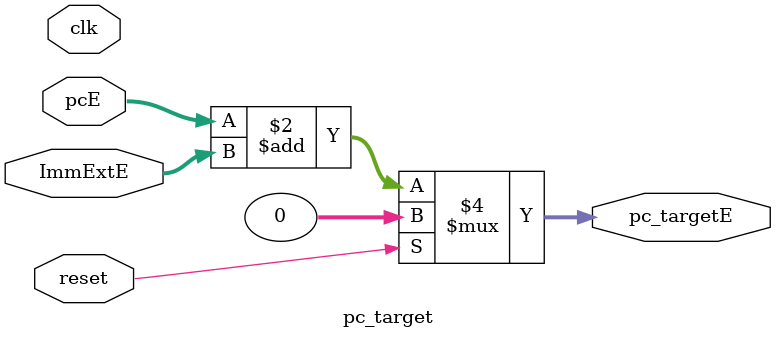
<source format=v>


`timescale 1ns / 1ps



module pc_target(output reg[31:0] pc_targetE, input clk,reset,input [31:0] pcE,ImmExtE);

    always@(*)
begin
        if(reset)
        	pc_targetE<=0;
        else 
        pc_targetE<=pcE+ImmExtE;
end       
endmodule

</source>
